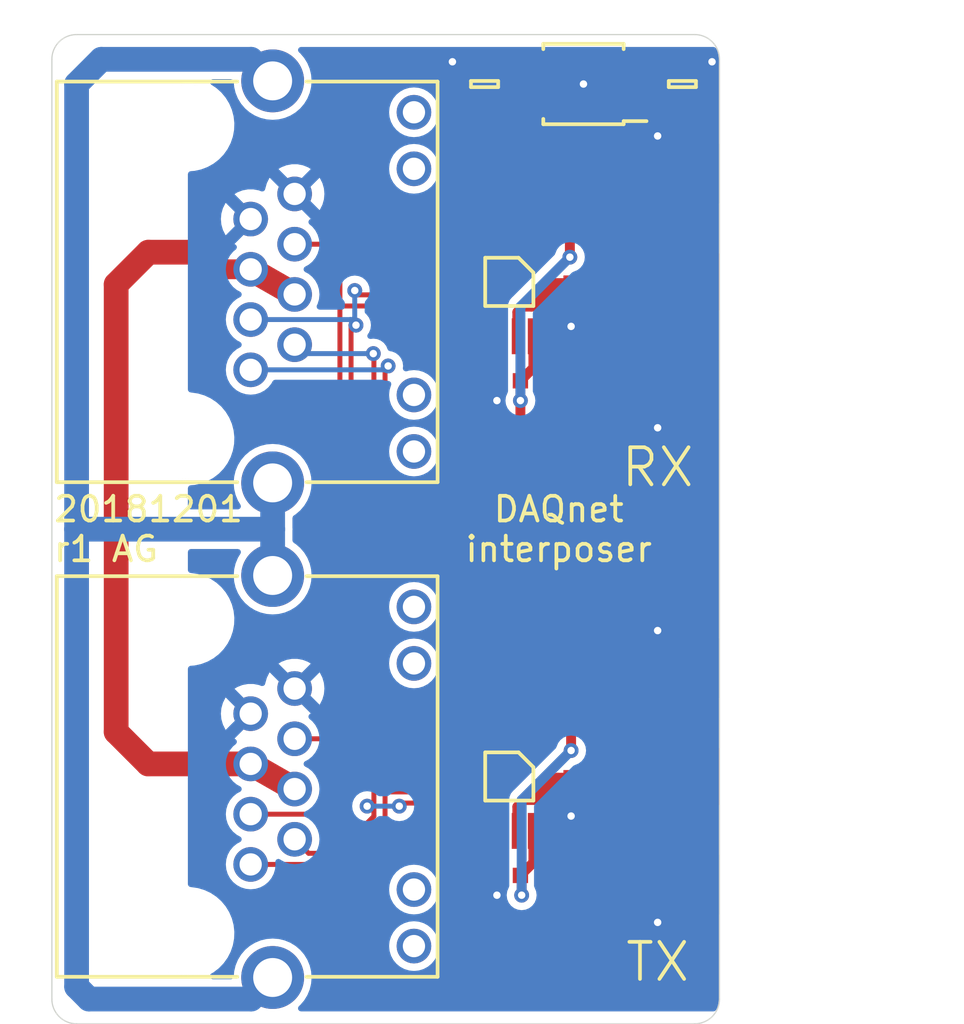
<source format=kicad_pcb>
(kicad_pcb (version 20221018) (generator pcbnew)
  (layers (0 "F.Cu" signal) (31 "B.Cu" signal) (34 "B.Paste" user) (35 "F.Paste" user) (36 "B.SilkS" user "B.Silkscreen") (37 "F.SilkS" user "F.Silkscreen") (38 "B.Mask" user) (39 "F.Mask" user) (44 "Edge.Cuts" user))
  (net 0 "")
  (net 1 "GND")
  (net 2 "+48V")
  (net 3 "5v")
  (net 4 "Net-(D101-Pad1)")
  (net 5 "Net-(D102-Pad1)")
  (net 6 "Net-(IC101-Pad3)")
  (net 7 "Net-(IC101-Pad2)")
  (net 8 "Net-(IC102-Pad3)")
  (net 9 "Net-(IC102-Pad2)")
  (net 10 "Net-(J101-Pad12)")
  (net 11 "Net-(J101-Pad9)")
  (net 12 "Net-(J101-Pad11)")
  (net 13 "Net-(J101-Pad10)")
  (net 14 "CHASSIS")
  (net 15 "Net-(J102-Pad12)")
  (net 16 "Net-(J102-Pad9)")
  (net 17 "Net-(J102-Pad11)")
  (net 18 "Net-(J102-Pad10)")
  (net 19 "Net-(U101-Pad7)")
  (net 20 "Net-(U101-Pad6)")
  (net 21 "Net-(U101-Pad3)")
  (net 22 "/TX+")
  (net 23 "/TX-")
  (net 24 "/RX+")
  (net 25 "/RX-")
  (footprint "agg:0805" (layer "F.Cu") (at 112 92 90)
    (fp_text reference "C101")
    (fp_text value "1µ")
    (fp_line (start -0.125 -0.55) (end 0.125 -0.55) (stroke (width 0.15)) (layer "F.SilkS"))
    (fp_line (start -0.125 0.55) (end -0.125 -0.55) (stroke (width 0.15)) (layer "F.SilkS"))
    (fp_line (start 0.125 -0.55) (end 0.125 0.55) (stroke (width 0.15)) (layer "F.SilkS"))
    (fp_line (start 0.125 0.55) (end -0.125 0.55) (stroke (width 0.15)) (layer "F.SilkS"))
    (pad "1" smd rect (at -0.9 0 90) (size 1.15 1.45) (layers "F.Cu" "F.Paste" "F.Mask") (net 2 "+48V"))
    (pad "2" smd rect (at 0.9 0 90) (size 1.15 1.45) (layers "F.Cu" "F.Paste" "F.Mask") (net 1 "GND"))
  )
  (footprint "agg:0805" (layer "F.Cu") (at 120 92 90)
    (fp_text reference "C102")
    (fp_text value "1µ")
    (fp_line (start -0.125 -0.55) (end 0.125 -0.55) (stroke (width 0.15)) (layer "F.SilkS"))
    (fp_line (start -0.125 0.55) (end -0.125 -0.55) (stroke (width 0.15)) (layer "F.SilkS"))
    (fp_line (start 0.125 -0.55) (end 0.125 0.55) (stroke (width 0.15)) (layer "F.SilkS"))
    (fp_line (start 0.125 0.55) (end -0.125 0.55) (stroke (width 0.15)) (layer "F.SilkS"))
    (pad "1" smd rect (at -0.9 0 90) (size 1.15 1.45) (layers "F.Cu" "F.Paste" "F.Mask") (net 3 "5v"))
    (pad "2" smd rect (at 0.9 0 90) (size 1.15 1.45) (layers "F.Cu" "F.Paste" "F.Mask") (net 1 "GND"))
  )
  (footprint "agg:0402" (layer "F.Cu") (at 115.5 120.5 -90)
    (fp_text reference "D101")
    (fp_text value "ESD_DIODE")
    (pad "1" smd rect (at -0.45 0 270) (size 0.62 0.62) (layers "F.Cu" "F.Paste" "F.Mask") (net 4 "Net-(D101-Pad1)"))
    (pad "2" smd rect (at 0.45 0 270) (size 0.62 0.62) (layers "F.Cu" "F.Paste" "F.Mask") (net 1 "GND"))
  )
  (footprint "agg:0402" (layer "F.Cu") (at 115.5 100.5 -90)
    (fp_text reference "D102")
    (fp_text value "ESD_DIODE")
    (pad "1" smd rect (at -0.45 0 270) (size 0.62 0.62) (layers "F.Cu" "F.Paste" "F.Mask") (net 5 "Net-(D102-Pad1)"))
    (pad "2" smd rect (at 0.45 0 270) (size 0.62 0.62) (layers "F.Cu" "F.Paste" "F.Mask") (net 1 "GND"))
  )
  (footprint "agg:MSOP-8" (layer "F.Cu") (at 113 120 -90)
    (fp_text reference "IC101")
    (fp_text value "AD8226ARMZ")
    (fp_line (start -0.975 -0.375) (end -0.375 -0.975) (stroke (width 0.15)) (layer "F.SilkS"))
    (fp_line (start -0.975 0.975) (end -0.975 -0.375) (stroke (width 0.15)) (layer "F.SilkS"))
    (fp_line (start -0.375 -0.975) (end 0.975 -0.975) (stroke (width 0.15)) (layer "F.SilkS"))
    (fp_line (start 0.975 -0.975) (end 0.975 0.975) (stroke (width 0.15)) (layer "F.SilkS"))
    (fp_line (start 0.975 0.975) (end -0.975 0.975) (stroke (width 0.15)) (layer "F.SilkS"))
    (pad "1" smd rect (at -2.2 -0.975 270) (size 1.45 0.45) (layers "F.Cu" "F.Paste" "F.Mask") (net 23 "/TX-"))
    (pad "2" smd rect (at -2.2 -0.325 270) (size 1.45 0.45) (layers "F.Cu" "F.Paste" "F.Mask") (net 7 "Net-(IC101-Pad2)"))
    (pad "3" smd rect (at -2.2 0.325 270) (size 1.45 0.45) (layers "F.Cu" "F.Paste" "F.Mask") (net 6 "Net-(IC101-Pad3)"))
    (pad "4" smd rect (at -2.2 0.975 270) (size 1.45 0.45) (layers "F.Cu" "F.Paste" "F.Mask") (net 22 "/TX+"))
    (pad "5" smd rect (at 2.2 0.975 270) (size 1.45 0.45) (layers "F.Cu" "F.Paste" "F.Mask") (net 1 "GND"))
    (pad "6" smd rect (at 2.2 0.325 270) (size 1.45 0.45) (layers "F.Cu" "F.Paste" "F.Mask") (net 1 "GND"))
    (pad "7" smd rect (at 2.2 -0.325 270) (size 1.45 0.45) (layers "F.Cu" "F.Paste" "F.Mask") (net 4 "Net-(D101-Pad1)"))
    (pad "8" smd rect (at 2.2 -0.975 270) (size 1.45 0.45) (layers "F.Cu" "F.Paste" "F.Mask") (net 3 "5v"))
  )
  (footprint "agg:MSOP-8" (layer "F.Cu") (at 113 100 -90)
    (fp_text reference "IC102")
    (fp_text value "AD8226ARMZ")
    (fp_line (start -0.975 -0.375) (end -0.375 -0.975) (stroke (width 0.15)) (layer "F.SilkS"))
    (fp_line (start -0.975 0.975) (end -0.975 -0.375) (stroke (width 0.15)) (layer "F.SilkS"))
    (fp_line (start -0.375 -0.975) (end 0.975 -0.975) (stroke (width 0.15)) (layer "F.SilkS"))
    (fp_line (start 0.975 -0.975) (end 0.975 0.975) (stroke (width 0.15)) (layer "F.SilkS"))
    (fp_line (start 0.975 0.975) (end -0.975 0.975) (stroke (width 0.15)) (layer "F.SilkS"))
    (pad "1" smd rect (at -2.2 -0.975 270) (size 1.45 0.45) (layers "F.Cu" "F.Paste" "F.Mask") (net 25 "/RX-"))
    (pad "2" smd rect (at -2.2 -0.325 270) (size 1.45 0.45) (layers "F.Cu" "F.Paste" "F.Mask") (net 9 "Net-(IC102-Pad2)"))
    (pad "3" smd rect (at -2.2 0.325 270) (size 1.45 0.45) (layers "F.Cu" "F.Paste" "F.Mask") (net 8 "Net-(IC102-Pad3)"))
    (pad "4" smd rect (at -2.2 0.975 270) (size 1.45 0.45) (layers "F.Cu" "F.Paste" "F.Mask") (net 24 "/RX+"))
    (pad "5" smd rect (at 2.2 0.975 270) (size 1.45 0.45) (layers "F.Cu" "F.Paste" "F.Mask") (net 1 "GND"))
    (pad "6" smd rect (at 2.2 0.325 270) (size 1.45 0.45) (layers "F.Cu" "F.Paste" "F.Mask") (net 1 "GND"))
    (pad "7" smd rect (at 2.2 -0.325 270) (size 1.45 0.45) (layers "F.Cu" "F.Paste" "F.Mask") (net 5 "Net-(D102-Pad1)"))
    (pad "8" smd rect (at 2.2 -0.975 270) (size 1.45 0.45) (layers "F.Cu" "F.Paste" "F.Mask") (net 3 "5v"))
  )
  (footprint "agg:RJHSE-538X" (layer "F.Cu") (at 100 100 -90)
    (fp_text reference "J101")
    (fp_text value "RJHSE-5381")
    (fp_line (start -8.1 -10.1) (end -8.1 -4.8) (stroke (width 0.15)) (layer "F.SilkS"))
    (fp_line (start -8.1 -2) (end -8.1 5.3) (stroke (width 0.15)) (layer "F.SilkS"))
    (fp_line (start -8.1 5.3) (end 8.1 5.3) (stroke (width 0.15)) (layer "F.SilkS"))
    (fp_line (start 8.1 -10.1) (end -8.1 -10.1) (stroke (width 0.15)) (layer "F.SilkS"))
    (fp_line (start 8.1 -4.8) (end 8.1 -10.1) (stroke (width 0.15)) (layer "F.SilkS"))
    (fp_line (start 8.1 5.3) (end 8.1 -2) (stroke (width 0.15)) (layer "F.SilkS"))
    (pad "" np_thru_hole circle (at -6.35 0 270) (size 3.2512 3.2512) (drill 3.2512) (layers "*.Cu" "*.Mask"))
    (pad "" np_thru_hole circle (at 6.35 0 270) (size 3.2512 3.2512) (drill 3.2512) (layers "*.Cu" "*.Mask"))
    (pad "1" thru_hole circle (at 3.556 -2.54 270) (size 1.4 1.4) (drill 0.9) (layers "*.Cu" "*.Mask") (net 22 "/TX+"))
    (pad "2" thru_hole circle (at 2.54 -4.318 270) (size 1.4 1.4) (drill 0.9) (layers "*.Cu" "*.Mask") (net 23 "/TX-"))
    (pad "3" thru_hole circle (at 1.524 -2.54 270) (size 1.4 1.4) (drill 0.9) (layers "*.Cu" "*.Mask") (net 24 "/RX+"))
    (pad "4" thru_hole circle (at 0.508 -4.318 270) (size 1.4 1.4) (drill 0.9) (layers "*.Cu" "*.Mask") (net 2 "+48V"))
    (pad "5" thru_hole circle (at -0.508 -2.54 270) (size 1.4 1.4) (drill 0.9) (layers "*.Cu" "*.Mask") (net 2 "+48V"))
    (pad "6" thru_hole circle (at -1.524 -4.318 270) (size 1.4 1.4) (drill 0.9) (layers "*.Cu" "*.Mask") (net 25 "/RX-"))
    (pad "7" thru_hole circle (at -2.54 -2.54 270) (size 1.4 1.4) (drill 0.9) (layers "*.Cu" "*.Mask") (net 1 "GND"))
    (pad "8" thru_hole circle (at -3.556 -4.318 270) (size 1.4 1.4) (drill 0.9) (layers "*.Cu" "*.Mask") (net 1 "GND"))
    (pad "9" thru_hole circle (at 6.858 -9.144 270) (size 1.4 1.4) (drill 0.9) (layers "*.Cu" "*.Mask") (net 11 "Net-(J101-Pad9)"))
    (pad "10" thru_hole circle (at 4.572 -9.144 270) (size 1.4 1.4) (drill 0.9) (layers "*.Cu" "*.Mask") (net 13 "Net-(J101-Pad10)"))
    (pad "11" thru_hole circle (at -4.572 -9.144 270) (size 1.4 1.4) (drill 0.9) (layers "*.Cu" "*.Mask") (net 12 "Net-(J101-Pad11)"))
    (pad "12" thru_hole circle (at -6.858 -9.144 270) (size 1.4 1.4) (drill 0.9) (layers "*.Cu" "*.Mask") (net 10 "Net-(J101-Pad12)"))
    (pad "S1" thru_hole circle (at -8.128 -3.429 270) (size 2.54 2.54) (drill 1.5748) (layers "*.Cu" "*.Mask") (net 14 "CHASSIS"))
    (pad "S2" thru_hole circle (at 8.128 -3.429 270) (size 2.54 2.54) (drill 1.5748) (layers "*.Cu" "*.Mask") (net 14 "CHASSIS"))
  )
  (footprint "agg:RJHSE-538X" (layer "F.Cu") (at 100 120 -90)
    (fp_text reference "J102")
    (fp_text value "RJHSE-5381")
    (fp_line (start -8.1 -10.1) (end -8.1 -4.8) (stroke (width 0.15)) (layer "F.SilkS"))
    (fp_line (start -8.1 -2) (end -8.1 5.3) (stroke (width 0.15)) (layer "F.SilkS"))
    (fp_line (start -8.1 5.3) (end 8.1 5.3) (stroke (width 0.15)) (layer "F.SilkS"))
    (fp_line (start 8.1 -10.1) (end -8.1 -10.1) (stroke (width 0.15)) (layer "F.SilkS"))
    (fp_line (start 8.1 -4.8) (end 8.1 -10.1) (stroke (width 0.15)) (layer "F.SilkS"))
    (fp_line (start 8.1 5.3) (end 8.1 -2) (stroke (width 0.15)) (layer "F.SilkS"))
    (pad "" np_thru_hole circle (at -6.35 0 270) (size 3.2512 3.2512) (drill 3.2512) (layers "*.Cu" "*.Mask"))
    (pad "" np_thru_hole circle (at 6.35 0 270) (size 3.2512 3.2512) (drill 3.2512) (layers "*.Cu" "*.Mask"))
    (pad "1" thru_hole circle (at 3.556 -2.54 270) (size 1.4 1.4) (drill 0.9) (layers "*.Cu" "*.Mask") (net 22 "/TX+"))
    (pad "2" thru_hole circle (at 2.54 -4.318 270) (size 1.4 1.4) (drill 0.9) (layers "*.Cu" "*.Mask") (net 23 "/TX-"))
    (pad "3" thru_hole circle (at 1.524 -2.54 270) (size 1.4 1.4) (drill 0.9) (layers "*.Cu" "*.Mask") (net 24 "/RX+"))
    (pad "4" thru_hole circle (at 0.508 -4.318 270) (size 1.4 1.4) (drill 0.9) (layers "*.Cu" "*.Mask") (net 2 "+48V"))
    (pad "5" thru_hole circle (at -0.508 -2.54 270) (size 1.4 1.4) (drill 0.9) (layers "*.Cu" "*.Mask") (net 2 "+48V"))
    (pad "6" thru_hole circle (at -1.524 -4.318 270) (size 1.4 1.4) (drill 0.9) (layers "*.Cu" "*.Mask") (net 25 "/RX-"))
    (pad "7" thru_hole circle (at -2.54 -2.54 270) (size 1.4 1.4) (drill 0.9) (layers "*.Cu" "*.Mask") (net 1 "GND"))
    (pad "8" thru_hole circle (at -3.556 -4.318 270) (size 1.4 1.4) (drill 0.9) (layers "*.Cu" "*.Mask") (net 1 "GND"))
    (pad "9" thru_hole circle (at 6.858 -9.144 270) (size 1.4 1.4) (drill 0.9) (layers "*.Cu" "*.Mask") (net 16 "Net-(J102-Pad9)"))
    (pad "10" thru_hole circle (at 4.572 -9.144 270) (size 1.4 1.4) (drill 0.9) (layers "*.Cu" "*.Mask") (net 18 "Net-(J102-Pad10)"))
    (pad "11" thru_hole circle (at -4.572 -9.144 270) (size 1.4 1.4) (drill 0.9) (layers "*.Cu" "*.Mask") (net 17 "Net-(J102-Pad11)"))
    (pad "12" thru_hole circle (at -6.858 -9.144 270) (size 1.4 1.4) (drill 0.9) (layers "*.Cu" "*.Mask") (net 15 "Net-(J102-Pad12)"))
    (pad "S1" thru_hole circle (at -8.128 -3.429 270) (size 2.54 2.54) (drill 1.5748) (layers "*.Cu" "*.Mask") (net 14 "CHASSIS"))
    (pad "S2" thru_hole circle (at 8.128 -3.429 270) (size 2.54 2.54) (drill 1.5748) (layers "*.Cu" "*.Mask") (net 14 "CHASSIS"))
  )
  (footprint "agg:SMA-EDGE" (layer "F.Cu") (at 119 120 -90)
    (fp_text reference "P101")
    (fp_text value "COAX")
    (pad "1" smd rect (at 0 0 270) (size 2.3 5) (layers "F.Cu" "F.Paste" "F.Mask") (net 4 "Net-(D101-Pad1)"))
    (pad "2" smd rect (at -4.375 0 270) (size 2.4 5) (layers "F.Cu" "F.Paste" "F.Mask") (net 1 "GND"))
    (pad "2" smd rect (at -4.375 0 270) (size 2.4 5) (layers "B.Cu" "B.Paste" "B.Mask") (net 1 "GND"))
    (pad "2" smd rect (at 4.375 0 270) (size 2.4 5) (layers "F.Cu" "F.Paste" "F.Mask") (net 1 "GND"))
    (pad "2" smd rect (at 4.375 0 270) (size 2.4 5) (layers "B.Cu" "B.Paste" "B.Mask") (net 1 "GND"))
  )
  (footprint "agg:SMA-EDGE" (layer "F.Cu") (at 119 100 -90)
    (fp_text reference "P102")
    (fp_text value "COAX")
    (pad "1" smd rect (at 0 0 270) (size 2.3 5) (layers "F.Cu" "F.Paste" "F.Mask") (net 5 "Net-(D102-Pad1)"))
    (pad "2" smd rect (at -4.375 0 270) (size 2.4 5) (layers "F.Cu" "F.Paste" "F.Mask") (net 1 "GND"))
    (pad "2" smd rect (at -4.375 0 270) (size 2.4 5) (layers "B.Cu" "B.Paste" "B.Mask") (net 1 "GND"))
    (pad "2" smd rect (at 4.375 0 270) (size 2.4 5) (layers "F.Cu" "F.Paste" "F.Mask") (net 1 "GND"))
    (pad "2" smd rect (at 4.375 0 270) (size 2.4 5) (layers "B.Cu" "B.Paste" "B.Mask") (net 1 "GND"))
  )
  (footprint "Package_SO:MSOP-8-1EP_3x3mm_P0.65mm_EP1.68x1.88mm" (layer "F.Cu") (at 116 92 180)
    (fp_text reference "U101")
    (fp_text value "LT3010-5")
    (fp_line (start -1.625 -1.625) (end -1.625 -1.5) (stroke (width 0.15)) (layer "F.SilkS"))
    (fp_line (start -1.625 -1.625) (end 1.625 -1.625) (stroke (width 0.15)) (layer "F.SilkS"))
    (fp_line (start -1.625 -1.5) (end -2.55 -1.5) (stroke (width 0.15)) (layer "F.SilkS"))
    (fp_line (start -1.625 1.625) (end -1.625 1.41) (stroke (width 0.15)) (layer "F.SilkS"))
    (fp_line (start -1.625 1.625) (end 1.625 1.625) (stroke (width 0.15)) (layer "F.SilkS"))
    (fp_line (start 1.625 -1.625) (end 1.625 -1.41) (stroke (width 0.15)) (layer "F.SilkS"))
    (fp_line (start 1.625 1.625) (end 1.625 1.41) (stroke (width 0.15)) (layer "F.SilkS"))
    (pad "1" smd rect (at -2.105 -0.975 180) (size 0.89 0.42) (layers "F.Cu" "F.Paste" "F.Mask") (net 3 "5v"))
    (pad "2" smd rect (at -2.105 -0.325 180) (size 0.89 0.42) (layers "F.Cu" "F.Paste" "F.Mask") (net 3 "5v"))
    (pad "3" smd rect (at -2.105 0.325 180) (size 0.89 0.42) (layers "F.Cu" "F.Paste" "F.Mask") (net 21 "Net-(U101-Pad3)"))
    (pad "4" smd rect (at -2.105 0.975 180) (size 0.89 0.42) (layers "F.Cu" "F.Paste" "F.Mask") (net 1 "GND"))
    (pad "5" smd rect (at 2.105 0.975 180) (size 0.89 0.42) (layers "F.Cu" "F.Paste" "F.Mask") (net 2 "+48V"))
    (pad "6" smd rect (at 2.105 0.325 180) (size 0.89 0.42) (layers "F.Cu" "F.Paste" "F.Mask") (net 20 "Net-(U101-Pad6)"))
    (pad "7" smd rect (at 2.105 -0.325 180) (size 0.89 0.42) (layers "F.Cu" "F.Paste" "F.Mask") (net 19 "Net-(U101-Pad7)"))
    (pad "8" smd rect (at 2.105 -0.975 180) (size 0.89 0.42) (layers "F.Cu" "F.Paste" "F.Mask") (net 2 "+48V"))
    (pad "9" smd rect (at 0 0 180) (size 1.68 1.88) (layers "F.Cu" "F.Mask") (net 1 "GND"))
  )
  (footprint "agg:0402" (layer "F.Cu") (at 113 124 180)
    (fp_text reference "C103")
    (fp_text value "100n")
    (pad "1" smd rect (at -0.45 0 180) (size 0.62 0.62) (layers "F.Cu" "F.Paste" "F.Mask") (net 3 "5v"))
    (pad "2" smd rect (at 0.45 0 180) (size 0.62 0.62) (layers "F.Cu" "F.Paste" "F.Mask") (net 1 "GND"))
  )
  (footprint "agg:0402" (layer "F.Cu") (at 113 104 180)
    (fp_text reference "C104")
    (fp_text value "100n")
    (pad "1" smd rect (at -0.45 0 180) (size 0.62 0.62) (layers "F.Cu" "F.Paste" "F.Mask") (net 3 "5v"))
    (pad "2" smd rect (at 0.45 0 180) (size 0.62 0.62) (layers "F.Cu" "F.Paste" "F.Mask") (net 1 "GND"))
  )
  (footprint "agg:0402" (layer "F.Cu") (at 113 116.2 180)
    (fp_text reference "R101")
    (fp_text value "DNF")
    (pad "1" smd rect (at -0.45 0 180) (size 0.62 0.62) (layers "F.Cu" "F.Paste" "F.Mask") (net 7 "Net-(IC101-Pad2)"))
    (pad "2" smd rect (at 0.45 0 180) (size 0.62 0.62) (layers "F.Cu" "F.Paste" "F.Mask") (net 6 "Net-(IC101-Pad3)"))
  )
  (footprint "agg:0402" (layer "F.Cu") (at 113 96.2 180)
    (fp_text reference "R102")
    (fp_text value "DNF")
    (pad "1" smd rect (at -0.45 0 180) (size 0.62 0.62) (layers "F.Cu" "F.Paste" "F.Mask") (net 9 "Net-(IC102-Pad2)"))
    (pad "2" smd rect (at 0.45 0 180) (size 0.62 0.62) (layers "F.Cu" "F.Paste" "F.Mask") (net 8 "Net-(IC102-Pad3)"))
  )
  (gr_line (start 121.5 91) (end 121.5 129) (stroke (width 0.05)) (layer "Edge.Cuts"))
  (gr_arc (start 121.5 129) (mid 121.207107 129.707107) (end 120.5 130) (stroke (width 0.05)) (layer "Edge.Cuts"))
  (gr_arc (start 94.5 91) (mid 94.792893 90.292893) (end 95.5 90) (stroke (width 0.05)) (layer "Edge.Cuts"))
  (gr_line (start 95.5 90) (end 120.5 90) (stroke (width 0.05)) (layer "Edge.Cuts"))
  (gr_line (start 120.5 130) (end 95.5 130) (stroke (width 0.05)) (layer "Edge.Cuts"))
  (gr_arc (start 120.5 90) (mid 121.207107 90.292893) (end 121.5 91) (stroke (width 0.05)) (layer "Edge.Cuts"))
  (gr_arc (start 95.5 130) (mid 94.792893 129.707107) (end 94.5 129) (stroke (width 0.05)) (layer "Edge.Cuts"))
  (gr_line (start 94.5 129) (end 94.5 91) (stroke (width 0.05)) (layer "Edge.Cuts"))
  (gr_text "TX" (at 119 127.5) (layer "F.SilkS") (effects (font (size 1.5 1.5))))
  (gr_text "DAQnet\ninterposer" (at 115 110) (layer "F.SilkS") (effects (font (size 1 1))))
  (gr_text "RX" (at 119 107.5) (layer "F.SilkS") (effects (font (size 1.5 1.5))))
  (gr_text "20181201\nr1 AG" (at 94.5 110) (layer "F.SilkS") (effects (font (size 1 1)) (justify left)))
  (segment (start 112.025 123.825) (end 112.2 124) (width 0.4) (layer "F.Cu") (net 1))
  (segment (start 119.925 91.025) (end 120 91.1) (width 0.4) (layer "F.Cu") (net 1))
  (segment (start 112.55 124.75) (end 112.5 124.8) (width 0.4) (layer "F.Cu") (net 1))
  (segment (start 115.5 120.95) (end 115.5 121.6) (width 0.4) (layer "F.Cu") (net 1))
  (segment (start 116.975 91.025) (end 116 92) (width 0.4) (layer "F.Cu") (net 1))
  (segment (start 118.105 91.025) (end 116.975 91.025) (width 0.4) (layer "F.Cu") (net 1))
  (segment (start 119 95.625) (end 119 94.1) (width 0.4) (layer "F.Cu") (net 1))
  (segment (start 120 91.1) (end 121.2 91.1) (width 0.4) (layer "F.Cu") (net 1))
  (segment (start 112.675 122.2) (end 112.675 123.875) (width 0.4) (layer "F.Cu") (net 1))
  (segment (start 112.675 103.875) (end 112.55 104) (width 0.4) (layer "F.Cu") (net 1))
  (segment (start 112.55 124) (end 112.55 124.75) (width 0.4) (layer "F.Cu") (net 1))
  (segment (start 112.2 104) (end 112.55 104) (width 0.4) (layer "F.Cu") (net 1))
  (segment (start 115.5 100.95) (end 115.5 101.8) (width 0.4) (layer "F.Cu") (net 1))
  (segment (start 112.025 102.2) (end 112.025 103.825) (width 0.4) (layer "F.Cu") (net 1))
  (segment (start 118.105 91.025) (end 119.925 91.025) (width 0.4) (layer "F.Cu") (net 1))
  (segment (start 112 91.1) (end 110.7 91.1) (width 0.4) (layer "F.Cu") (net 1))
  (segment (start 112.675 102.2) (end 112.675 103.875) (width 0.4) (layer "F.Cu") (net 1))
  (segment (start 112.025 122.2) (end 112.025 123.825) (width 0.4) (layer "F.Cu") (net 1))
  (segment (start 119 115.625) (end 119 114.1) (width 0.4) (layer "F.Cu") (net 1))
  (segment (start 112.55 104) (end 112.55 104.75) (width 0.4) (layer "F.Cu") (net 1))
  (segment (start 112.2 124) (end 112.55 124) (width 0.4) (layer "F.Cu") (net 1))
  (segment (start 112.675 123.875) (end 112.55 124) (width 0.4) (layer "F.Cu") (net 1))
  (segment (start 112.025 103.825) (end 112.2 104) (width 0.4) (layer "F.Cu") (net 1))
  (segment (start 119 104.375) (end 119 105.9) (width 0.4) (layer "F.Cu") (net 1))
  (segment (start 119 124.375) (end 119 125.9) (width 0.4) (layer "F.Cu") (net 1))
  (segment (start 112.55 104.75) (end 112.5 104.8) (width 0.4) (layer "F.Cu") (net 1))
  (via (at 116 92) (size 0.6) (drill 0.3) (layers "F.Cu" "B.Cu") (net 1))
  (via (at 115.5 101.8) (size 0.6) (drill 0.3) (layers "F.Cu" "B.Cu") (net 1))
  (via (at 112.5 104.8) (size 0.6) (drill 0.3) (layers "F.Cu" "B.Cu") (net 1))
  (via (at 119 125.9) (size 0.6) (drill 0.3) (layers "F.Cu" "B.Cu") (net 1))
  (via (at 119 114.1) (size 0.6) (drill 0.3) (layers "F.Cu" "B.Cu") (net 1))
  (via (at 119 94.1) (size 0.6) (drill 0.3) (layers "F.Cu" "B.Cu") (net 1))
  (via (at 119 105.9) (size 0.6) (drill 0.3) (layers "F.Cu" "B.Cu") (net 1))
  (via (at 112.5 124.8) (size 0.6) (drill 0.3) (layers "F.Cu" "B.Cu") (net 1))
  (via (at 115.5 121.6) (size 0.6) (drill 0.3) (layers "F.Cu" "B.Cu") (net 1))
  (via (at 110.7 91.1) (size 0.6) (drill 0.3) (layers "F.Cu" "B.Cu") (net 1))
  (via (at 121.2 91.1) (size 0.6) (drill 0.3) (layers "F.Cu" "B.Cu") (net 1))
  (segment (start 97.1 100.1) (end 98.4 98.8) (width 1) (layer "F.Cu") (net 2))
  (segment (start 100.7 96.6) (end 103.1 94.2) (width 0.8) (layer "F.Cu") (net 2))
  (segment (start 98.392 119.492) (end 97.1 118.2) (width 1) (layer "F.Cu") (net 2))
  (segment (start 102.54 119.492) (end 98.392 119.492) (width 1) (layer "F.Cu") (net 2))
  (segment (start 113 91.3) (end 113 92.975) (width 0.2) (layer "F.Cu") (net 2))
  (segment (start 100.7 98.8) (end 100.7 96.6) (width 0.8) (layer "F.Cu") (net 2))
  (segment (start 113 92.975) (end 112.075 92.975) (width 0.4) (layer "F.Cu") (net 2))
  (segment (start 97.1 118.2) (end 97.1 100.1) (width 1) (layer "F.Cu") (net 2))
  (segment (start 104.7 94.2) (end 107.4 91.5) (width 0.8) (layer "F.Cu") (net 2))
  (segment (start 102.54 99.492) (end 104.318 100.508) (width 1) (layer "F.Cu") (net 2))
  (segment (start 113.895 92.975) (end 113 92.975) (width 0.4) (layer "F.Cu") (net 2))
  (segment (start 103.1 94.2) (end 104.7 94.2) (width 0.8) (layer "F.Cu") (net 2))
  (segment (start 112.075 92.975) (end 112 92.9) (width 0.4) (layer "F.Cu") (net 2))
  (segment (start 109.7 91.5) (end 111.1 92.9) (width 0.8) (layer "F.Cu") (net 2))
  (segment (start 102.54 99.492) (end 101.392 99.492) (width 0.8) (layer "F.Cu") (net 2))
  (segment (start 102.54 119.492) (end 104.318 120.508) (width 1) (layer "F.Cu") (net 2))
  (segment (start 98.4 98.8) (end 100.7 98.8) (width 1) (layer "F.Cu") (net 2))
  (segment (start 107.4 91.5) (end 109.7 91.5) (width 0.8) (layer "F.Cu") (net 2))
  (segment (start 111.1 92.9) (end 112 92.9) (width 0.8) (layer "F.Cu") (net 2))
  (segment (start 113.275 91.025) (end 113 91.3) (width 0.2) (layer "F.Cu") (net 2))
  (segment (start 113.895 91.025) (end 113.275 91.025) (width 0.2) (layer "F.Cu") (net 2))
  (segment (start 101.392 99.492) (end 100.7 98.8) (width 0.8) (layer "F.Cu") (net 2))
  (segment (start 113.5 124.05) (end 113.45 124) (width 0.4) (layer "F.Cu") (net 3))
  (segment (start 113.975 123.475) (end 113.45 124) (width 0.4) (layer "F.Cu") (net 3))
  (segment (start 119.925 92.975) (end 120 92.9) (width 0.4) (layer "F.Cu") (net 3))
  (segment (start 113.975 103.475) (end 113.45 104) (width 0.4) (layer "F.Cu") (net 3))
  (segment (start 113.45 104) (end 113.45 104.8) (width 0.4) (layer "F.Cu") (net 3))
  (segment (start 119.425 92.325) (end 120 92.9) (width 0.4) (layer "F.Cu") (net 3))
  (segment (start 113.45 114.35) (end 115.5 116.4) (width 0.4) (layer "F.Cu") (net 3))
  (segment (start 113.5 124.8) (end 113.5 124.05) (width 0.4) (layer "F.Cu") (net 3))
  (segment (start 113.975 102.2) (end 113.975 103.475) (width 0.4) (layer "F.Cu") (net 3))
  (segment (start 113.975 122.2) (end 113.975 123.475) (width 0.4) (layer "F.Cu") (net 3))
  (segment (start 117.675 92.975) (end 116.85 93.8) (width 0.4) (layer "F.Cu") (net 3))
  (segment (start 113.45 104.8) (end 113.45 114.35) (width 0.4) (layer "F.Cu") (net 3))
  (segment (start 118.105 92.325) (end 119.425 92.325) (width 0.4) (layer "F.Cu") (net 3))
  (segment (start 116.85 93.8) (end 116 93.8) (width 0.4) (layer "F.Cu") (net 3))
  (segment (start 115.45 94.35) (end 115.45 99) (width 0.4) (layer "F.Cu") (net 3))
  (segment (start 118.105 92.975) (end 119.925 92.975) (width 0.4) (layer "F.Cu") (net 3))
  (segment (start 118.105 92.975) (end 117.675 92.975) (width 0.4) (layer "F.Cu") (net 3))
  (segment (start 116 93.8) (end 115.45 94.35) (width 0.4) (layer "F.Cu") (net 3))
  (segment (start 115.5 116.4) (end 115.5 118.95) (width 0.4) (layer "F.Cu") (net 3))
  (via (at 113.5 124.8) (size 0.6) (drill 0.3) (layers "F.Cu" "B.Cu") (net 3))
  (via (at 113.45 104.8) (size 0.6) (drill 0.3) (layers "F.Cu" "B.Cu") (net 3))
  (via (at 115.5 118.95) (size 0.6) (drill 0.3) (layers "F.Cu" "B.Cu") (net 3))
  (via (at 115.45 99) (size 0.6) (drill 0.3) (layers "F.Cu" "B.Cu") (net 3))
  (segment (start 115.45 99) (end 113.45 101) (width 0.4) (layer "B.Cu") (net 3))
  (segment (start 115.5 118.95) (end 113.5 120.95) (width 0.4) (layer "B.Cu") (net 3))
  (segment (start 113.5 120.95) (end 113.5 124.8) (width 0.4) (layer "B.Cu") (net 3))
  (segment (start 113.45 101) (end 113.45 104.8) (width 0.4) (layer "B.Cu") (net 3))
  (segment (start 113.325 121.225) (end 113.6 120.95) (width 0.4) (layer "F.Cu") (net 4))
  (segment (start 114.95 120.05) (end 115.5 120.05) (width 0.4) (layer "F.Cu") (net 4))
  (segment (start 118.95 120.05) (end 119 120) (width 0.4) (layer "F.Cu") (net 4))
  (segment (start 113.6 120.95) (end 114.05 120.95) (width 0.4) (layer "F.Cu") (net 4))
  (segment (start 115.5 120.05) (end 118.95 120.05) (width 0.4) (layer "F.Cu") (net 4))
  (segment (start 113.325 122.2) (end 113.325 121.225) (width 0.4) (layer "F.Cu") (net 4))
  (segment (start 114.05 120.95) (end 114.95 120.05) (width 0.4) (layer "F.Cu") (net 4))
  (segment (start 114.85 100.05) (end 113.9 101) (width 0.4) (layer "F.Cu") (net 5))
  (segment (start 113.55 101) (end 113.325 101.225) (width 0.4) (layer "F.Cu") (net 5))
  (segment (start 115.5 100.05) (end 114.85 100.05) (width 0.4) (layer "F.Cu") (net 5))
  (segment (start 119 100) (end 115.55 100) (width 0.4) (layer "F.Cu") (net 5))
  (segment (start 115.55 100) (end 115.5 100.05) (width 0.4) (layer "F.Cu") (net 5))
  (segment (start 113.325 101.225) (end 113.325 102.2) (width 0.4) (layer "F.Cu") (net 5))
  (segment (start 113.9 101) (end 113.55 101) (width 0.4) (layer "F.Cu") (net 5))
  (segment (start 112.675 117.8) (end 112.675 116.325) (width 0.4) (layer "F.Cu") (net 6))
  (segment (start 112.675 116.325) (end 112.55 116.2) (width 0.4) (layer "F.Cu") (net 6))
  (segment (start 113.325 117.8) (end 113.325 116.325) (width 0.4) (layer "F.Cu") (net 7))
  (segment (start 113.325 116.325) (end 113.45 116.2) (width 0.4) (layer "F.Cu") (net 7))
  (segment (start 112.675 96.325) (end 112.55 96.2) (width 0.4) (layer "F.Cu") (net 8))
  (segment (start 112.675 97.8) (end 112.675 96.325) (width 0.4) (layer "F.Cu") (net 8))
  (segment (start 113.325 97.8) (end 113.325 96.325) (width 0.4) (layer "F.Cu") (net 9))
  (segment (start 113.325 96.325) (end 113.45 96.2) (width 0.4) (layer "F.Cu") (net 9))
  (segment (start 103.429 128.128) (end 102.557 129) (width 1) (layer "B.Cu") (net 14))
  (segment (start 95.5 128.5) (end 95.5 110) (width 1) (layer "B.Cu") (net 14))
  (segment (start 96.5 91) (end 102.557 91) (width 1) (layer "B.Cu") (net 14))
  (segment (start 95.5 92) (end 96.5 91) (width 1) (layer "B.Cu") (net 14))
  (segment (start 102.557 129) (end 96 129) (width 1) (layer "B.Cu") (net 14))
  (segment (start 95.5 110) (end 95.5 92) (width 1) (layer "B.Cu") (net 14))
  (segment (start 103.429 110) (end 103.429 111.872) (width 1) (layer "B.Cu") (net 14))
  (segment (start 103.429 110) (end 95.5 110) (width 1) (layer "B.Cu") (net 14))
  (segment (start 102.557 91) (end 103.429 91.872) (width 1) (layer "B.Cu") (net 14))
  (segment (start 96 129) (end 95.5 128.5) (width 1) (layer "B.Cu") (net 14))
  (segment (start 103.429 108.128) (end 103.429 110) (width 1) (layer "B.Cu") (net 14))
  (segment (start 112.775 120.1068) (end 112.2568 120.625) (width 0.2) (layer "F.Cu") (net 22))
  (segment (start 112.2568 120.625) (end 108 120.625) (width 0.2) (layer "F.Cu") (net 22))
  (segment (start 107.975 121.7932) (end 107.975 120.65) (width 0.2) (layer "F.Cu") (net 22))
  (segment (start 112.775 119.637501) (end 112.775 120.1068) (width 0.2) (layer "F.Cu") (net 22))
  (segment (start 112.025 118.887501) (end 112.775 119.637501) (width 0.2) (layer "F.Cu") (net 22))
  (segment (start 107.975 103.5) (end 108 103.5) (width 0.2) (layer "F.Cu") (net 22))
  (segment (start 102.54 123.556) (end 106.2122 123.556) (width 0.2) (layer "F.Cu") (net 22))
  (segment (start 106.2122 123.556) (end 107.975 121.7932) (width 0.2) (layer "F.Cu") (net 22))
  (segment (start 108 103.5) (end 108.1 103.4) (width 0.2) (layer "F.Cu") (net 22))
  (segment (start 112.025 117.8) (end 112.025 118.887501) (width 0.2) (layer "F.Cu") (net 22))
  (segment (start 107.975 120.65) (end 107.975 103.5) (width 0.2) (layer "F.Cu") (net 22))
  (segment (start 108 120.625) (end 107.975 120.65) (width 0.2) (layer "F.Cu") (net 22))
  (via (at 108.1 103.4) (size 0.6) (drill 0.3) (layers "F.Cu" "B.Cu") (net 22))
  (segment (start 107.944 103.556) (end 108.1 103.4) (width 0.2) (layer "B.Cu") (net 22))
  (segment (start 102.54 103.556) (end 107.944 103.556) (width 0.2) (layer "B.Cu") (net 22))
  (segment (start 104.884 123.106) (end 104.318 122.54) (width 0.2) (layer "F.Cu") (net 23))
  (segment (start 107.525 121.2) (end 107.525 121.6068) (width 0.2) (layer "F.Cu") (net 23))
  (segment (start 107.525 121.2) (end 107.25 121.2) (width 0.2) (layer "F.Cu") (net 23))
  (segment (start 113.225 120.2932) (end 112.4432 121.075) (width 0.2) (layer "F.Cu") (net 23))
  (segment (start 108.5 121.075) (end 108.5 121.15) (width 0.2) (layer "F.Cu") (net 23))
  (segment (start 107.5 102.9) (end 107.525 102.925) (width 0.2) (layer "F.Cu") (net 23))
  (segment (start 107.525 121.6068) (end 106.0258 123.106) (width 0.2) (layer "F.Cu") (net 23))
  (segment (start 113.975 118.887501) (end 113.225 119.637501) (width 0.2) (layer "F.Cu") (net 23))
  (segment (start 113.975 117.8) (end 113.975 118.887501) (width 0.2) (layer "F.Cu") (net 23))
  (segment (start 112.4432 121.075) (end 108.5 121.075) (width 0.2) (layer "F.Cu") (net 23))
  (segment (start 108.5 121.15) (end 108.55 121.2) (width 0.2) (layer "F.Cu") (net 23))
  (segment (start 107.525 102.925) (end 107.525 121.2) (width 0.2) (layer "F.Cu") (net 23))
  (segment (start 113.225 119.637501) (end 113.225 120.2932) (width 0.2) (layer "F.Cu") (net 23))
  (segment (start 106.0258 123.106) (end 104.884 123.106) (width 0.2) (layer "F.Cu") (net 23))
  (via (at 108.55 121.2) (size 0.6) (drill 0.3) (layers "F.Cu" "B.Cu") (net 23))
  (via (at 107.5 102.9) (size 0.6) (drill 0.3) (layers "F.Cu" "B.Cu") (net 23))
  (via (at 107.25 121.2) (size 0.6) (drill 0.3) (layers "F.Cu" "B.Cu") (net 23))
  (segment (start 104.678 102.9) (end 104.318 102.54) (width 0.2) (layer "B.Cu") (net 23))
  (segment (start 107.25 121.2) (end 108.55 121.2) (width 0.2) (layer "B.Cu") (net 23))
  (segment (start 107.5 102.9) (end 104.678 102.9) (width 0.2) (layer "B.Cu") (net 23))
  (segment (start 112.025 98.887501) (end 112.775 99.637501) (width 0.2) (layer "F.Cu") (net 24))
  (segment (start 106.6 120.4) (end 106.6 116.3) (width 0.2) (layer "F.Cu") (net 24))
  (segment (start 112.3068 100.525) (end 106.8 100.525) (width 0.2) (layer "F.Cu") (net 24))
  (segment (start 105.476 121.524) (end 106.6 120.4) (width 0.2) (layer "F.Cu") (net 24))
  (segment (start 112.775 99.637501) (end 112.775 100.0568) (width 0.2) (layer "F.Cu") (net 24))
  (segment (start 112.775 100.0568) (end 112.3068 100.525) (width 0.2) (layer "F.Cu") (net 24))
  (segment (start 106.8 100.525) (end 106.8 100.4) (width 0.2) (layer "F.Cu") (net 24))
  (segment (start 106.6 116.3) (end 106.6 101.75) (width 0.2) (layer "F.Cu") (net 24))
  (segment (start 106.6 101.75) (end 106.8 101.75) (width 0.2) (layer "F.Cu") (net 24))
  (segment (start 102.54 121.524) (end 105.476 121.524) (width 0.2) (layer "F.Cu") (net 24))
  (segment (start 112.025 97.8) (end 112.025 98.887501) (width 0.2) (layer "F.Cu") (net 24))
  (segment (start 106.8 100.4) (end 106.75 100.35) (width 0.2) (layer "F.Cu") (net 24))
  (via (at 106.75 100.35) (size 0.6) (drill 0.3) (layers "F.Cu" "B.Cu") (net 24))
  (via (at 106.8 101.75) (size 0.6) (drill 0.3) (layers "F.Cu" "B.Cu") (net 24))
  (segment (start 102.54 101.524) (end 106.574 101.524) (width 0.2) (layer "B.Cu") (net 24))
  (segment (start 106.574 101.524) (end 106.676 101.524) (width 0.2) (layer "B.Cu") (net 24))
  (segment (start 106.676 101.524) (end 106.75 101.45) (width 0.2) (layer "B.Cu") (net 24))
  (segment (start 106.574 101.524) (end 106.8 101.75) (width 0.2) (layer "B.Cu") (net 24))
  (segment (start 106.75 100.35) (end 106.75 101.45) (width 0.2) (layer "B.Cu") (net 24))
  (segment (start 106.75 101.7) (end 106.8 101.75) (width 0.2) (layer "B.Cu") (net 24))
  (segment (start 106.75 101.45) (end 106.75 101.7) (width 0.2) (layer "B.Cu") (net 24))
  (segment (start 106.15 118.15) (end 106.15 101.1) (width 0.2) (layer "F.Cu") (net 25))
  (segment (start 106.15 100.95) (end 106.15 99.15) (width 0.2) (layer "F.Cu") (net 25))
  (segment (start 113.975 97.8) (end 113.975 98.887501) (width 0.2) (layer "F.Cu") (net 25))
  (segment (start 113.975 98.887501) (end 113.225 99.637501) (width 0.2) (layer "F.Cu") (net 25))
  (segment (start 112.4932 100.975) (end 106.175 100.975) (width 0.2) (layer "F.Cu") (net 25))
  (segment (start 105.824 118.476) (end 106.15 118.15) (width 0.2) (layer "F.Cu") (net 25))
  (segment (start 105.476 98.476) (end 104.318 98.476) (width 0.2) (layer "F.Cu") (net 25))
  (segment (start 106.15 101.1) (end 106.15 100.95) (width 0.2) (layer "F.Cu") (net 25))
  (segment (start 106.15 99.15) (end 105.476 98.476) (width 0.2) (layer "F.Cu") (net 25))
  (segment (start 113.225 100.2432) (end 112.4932 100.975) (width 0.2) (layer "F.Cu") (net 25))
  (segment (start 113.225 99.637501) (end 113.225 100.2432) (width 0.2) (layer "F.Cu") (net 25))
  (segment (start 104.318 118.476) (end 105.824 118.476) (width 0.2) (layer "F.Cu") (net 25))
  (segment (start 106.175 100.975) (end 106.15 100.95) (width 0.2) (layer "F.Cu") (net 25))
  (zone (net 1) (net_name "GND") (layer "B.Cu") (connect_pads (clearance 0.3)) (min_thickness 0.25) (fill yes (thermal_gap 0.5) (thermal_bridge_width 0.5))
    (polygon (pts (xy 100 90.5) (xy 121.5 90.5) (xy 121.5 129.5) (xy 100 129.5)))
  )
)
</source>
